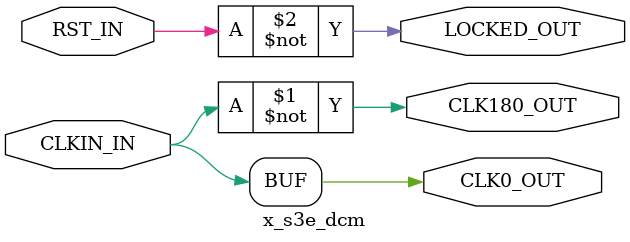
<source format=v>
module x_s3e_dcm(CLKIN_IN,RST_IN,CLK0_OUT,CLK180_OUT,LOCKED_OUT);
	input CLKIN_IN,RST_IN;
	output CLK0_OUT,CLK180_OUT,LOCKED_OUT;
	
	assign CLK0_OUT = CLKIN_IN;
	assign CLK180_OUT = ~CLKIN_IN;
	assign LOCKED_OUT = ~RST_IN;
	
endmodule
</source>
